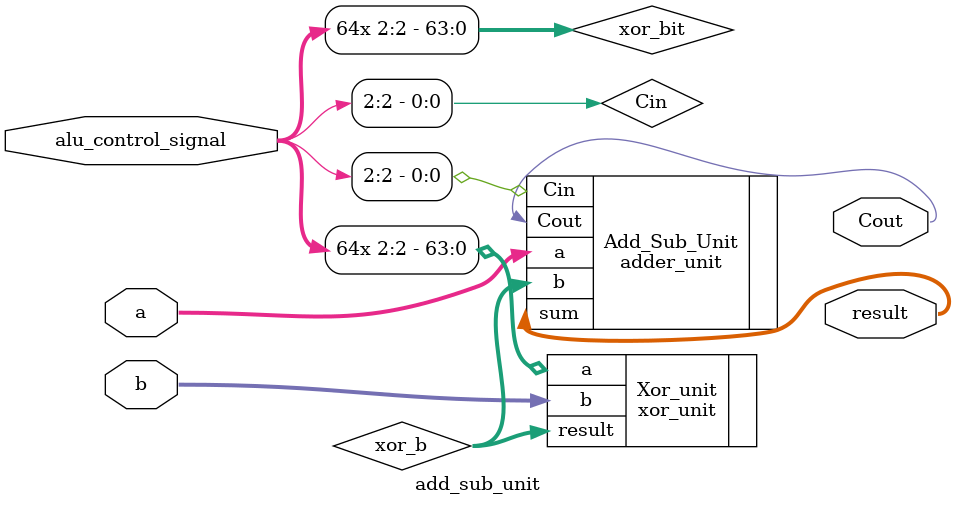
<source format=v>
module add_sub_unit (a, b, result, alu_control_signal, Cout);
    input  [63:0] a;
    input  [63:0] b;
    input [3:0] alu_control_signal;
    output [63:0] result;
    output Cout;
    
    wire [63:0] xor_b;
    wire [63:0] xor_bit = {64{alu_control_signal[2]}};
    reg [63:0] b_selected;
    wire Cin;
    assign Cin = alu_control_signal[2];
    xor_unit Xor_unit (.a(xor_bit), .b(b), .result(xor_b));
    adder_unit Add_Sub_Unit (.a(a), .b(xor_b), .sum(result), .Cin(Cin), .Cout(Cout));
    
endmodule

</source>
